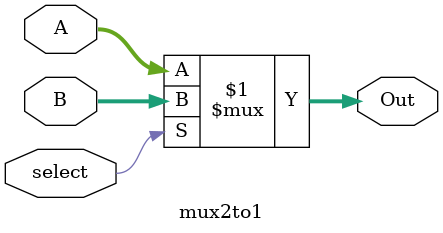
<source format=v>
module mux2to1 (
    input select,
    input [k-1:0] A,
    input [k-1:0] B,
    output [k-1:0] Out
);

  parameter k = 32;

  assign Out = select ? B : A;

endmodule

</source>
